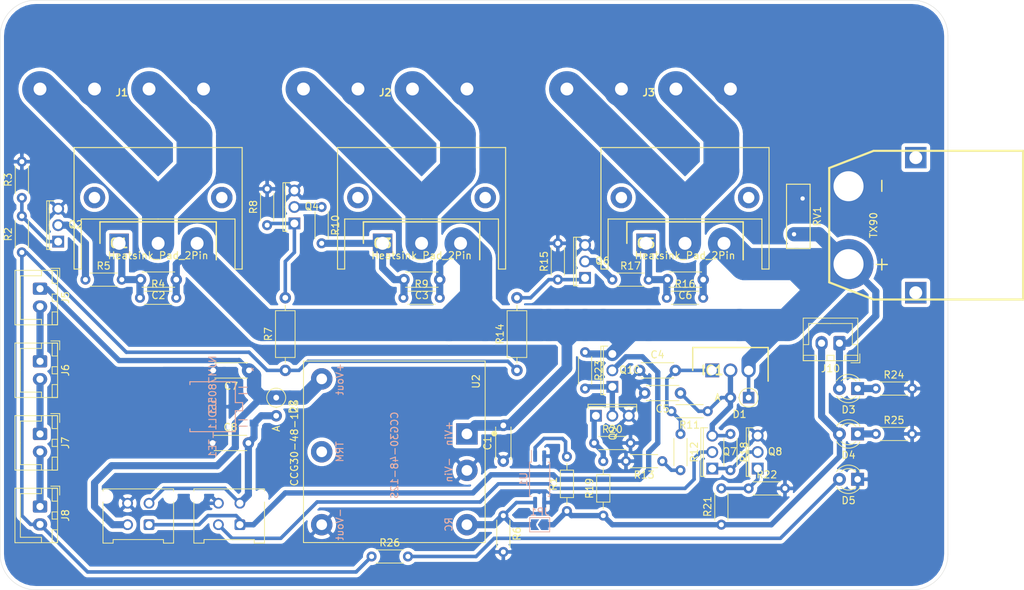
<source format=kicad_pcb>
(kicad_pcb (version 20171130) (host pcbnew "(5.1.10)-1")
  (layers (0 F.Cu signal) (31 B.Cu signal) (34 B.Paste user) (35 F.Paste user) (36 B.SilkS user) (37 F.SilkS user) (38 B.Mask user) (39 F.Mask user) (44 Edge.Cuts user))
  (net 0 "")
  (net 1 +24V)
  (net 2 GND)
  (net 3 "Net-(C2-Pad2)")
  (net 4 "Net-(C3-Pad2)")
  (net 5 "Net-(C4-Pad2)")
  (net 6 "Net-(C5-Pad1)")
  (net 7 "Net-(C6-Pad2)")
  (net 8 +12V)
  (net 9 +5V)
  (net 10 "Net-(D3-Pad1)")
  (net 11 /Allcut_signal)
  (net 12 "Net-(D4-Pad1)")
  (net 13 /ES_signal)
  (net 14 "Net-(J1-Pad1)")
  (net 15 "Net-(J2-Pad1)")
  (net 16 "Net-(J3-Pad1)")
  (net 17 /microfit_24V)
  (net 18 "Net-(J5-Pad2)")
  (net 19 "Net-(J6-Pad2)")
  (net 20 "Net-(J7-Pad2)")
  (net 21 "/12V(2)")
  (net 22 "Net-(JP1-Pad2)")
  (net 23 "Net-(Q2-Pad2)")
  (net 24 "Net-(Q2-Pad1)")
  (net 25 "Net-(Q4-Pad2)")
  (net 26 "Net-(Q4-Pad1)")
  (net 27 "Net-(Q6-Pad2)")
  (net 28 "Net-(Q6-Pad1)")
  (net 29 "Net-(Q7-Pad1)")
  (net 30 "Net-(Q8-Pad1)")
  (net 31 "Net-(Q10-Pad1)")
  (net 32 "Net-(Q9-Pad1)")
  (net 33 "Net-(R1-Pad2)")
  (net 34 "Net-(R12-Pad2)")
  (net 35 "Net-(U2-Pad4)")
  (net 36 "Net-(D5-Pad2)")
  (module Resistor_THT:R_Axial_DIN0204_L3.6mm_D1.6mm_P7.62mm_Horizontal (layer F.Cu) (at 194.31 134.62 90)
    (fp_text reference R19 (at 3.81 -1.92 90) (layer F.SilkS))
    (fp_text value 1k)
    (pad 2 thru_hole oval (at 7.62 0 90) (size 1.4 1.4) (drill 0.7) (layers *.Cu *.Mask) (net 32 "Net-(Q9-Pad1)"))
    (pad 1 thru_hole circle (at 0 0 90) (size 1.4 1.4) (drill 0.7) (layers *.Cu *.Mask) (net 11 /Allcut_signal))
  )
  (module Resistor_THT:R_Axial_DIN0204_L3.6mm_D1.6mm_P7.62mm_Horizontal (layer F.Cu) (at 189.23 133.985 90)
    (fp_text reference R1 (at 3.81 -1.92 90) (layer F.SilkS))
    (fp_text value 560to1k)
    (pad 2 thru_hole oval (at 7.62 0 90) (size 1.4 1.4) (drill 0.7) (layers *.Cu *.Mask) (net 33 "Net-(R1-Pad2)"))
    (pad 1 thru_hole circle (at 0 0 90) (size 1.4 1.4) (drill 0.7) (layers *.Cu *.Mask) (net 11 /Allcut_signal))
  )
  (module Resistor_THT:R_Axial_DIN0207_L6.3mm_D2.5mm_P10.16mm_Horizontal (layer F.Cu) (at 182.245 114.3 90)
    (fp_text reference R14 (at 5.08 -2.37 90) (layer F.SilkS))
    (fp_text value 1k)
    (pad 2 thru_hole oval (at 10.16 0 90) (size 1.6 1.6) (drill 0.8) (layers *.Cu *.Mask) (net 28 "Net-(Q6-Pad1)"))
    (pad 1 thru_hole circle (at 0 0 90) (size 1.6 1.6) (drill 0.8) (layers *.Cu *.Mask) (net 13 /ES_signal))
  )
  (module Resistor_THT:R_Axial_DIN0207_L6.3mm_D2.5mm_P10.16mm_Horizontal (layer F.Cu) (at 149.86 114.3 90)
    (fp_text reference R7 (at 5.08 -2.37 90) (layer F.SilkS))
    (fp_text value 1k)
    (pad 2 thru_hole oval (at 10.16 0 90) (size 1.6 1.6) (drill 0.8) (layers *.Cu *.Mask) (net 26 "Net-(Q4-Pad1)"))
    (pad 1 thru_hole circle (at 0 0 90) (size 1.6 1.6) (drill 0.8) (layers *.Cu *.Mask) (net 13 /ES_signal))
  )
  (module 00_kicad_mods:stf_04_NJM7805SDL1-TE1 (layer B.Cu) (at 139.7 119.38 270)
    (fp_text reference U3 (at 0 0 90) (layer B.SilkS) (effects (justify mirror)))
    (fp_text value NJM7805SDL1-TE1 (at 0 0 90) (layer B.SilkS) (effects (justify mirror)))
    (fp_text user * (at -5.195001 -5.7912 90) (layer B.SilkS) (effects (justify mirror)))
    (pad 2 smd rect (at 0 1.4097 270) (size 5.5118 6.2738) (layers B.Cu B.Paste B.Mask) (net 2 GND))
    (pad 3 smd rect (at 2.280001 -5.7912 270) (size 0.9398 1.2192) (layers B.Cu B.Paste B.Mask) (net 9 +5V))
    (pad 1 smd rect (at -2.280001 -5.7912 270) (size 0.9398 1.2192) (layers B.Cu B.Paste B.Mask) (net 8 +12V))
  )
  (module 00_kicad_mods:stf_09_CCG30-48-12S (layer F.Cu) (at 165.1 125.69 270)
    (fp_text reference U2 (at -9.844575 -11.43 90) (layer F.SilkS) (effects (font (size 1.001992 1.001992))))
    (fp_text value CCG30-48-12S)
    (fp_text user CCG30-48-12S (at 0.48 -0.03 90) (layer B.SilkS) (effects (font (size 1.002677 1.002677)) (justify mirror)))
    (fp_text user CCG30-48-12S (at -1.27 13.97 90) (layer F.SilkS))
    (fp_text user -Vout (at 10.16 7.62 90) (layer B.SilkS) (effects (justify mirror)))
    (fp_text user TRM (at 0 7.62 90) (layer B.SilkS) (effects (justify mirror)))
    (fp_text user +Vout (at -10.16 7.62 90) (layer B.SilkS) (effects (justify mirror)))
    (fp_text user RC (at 10.16 -7.62 90) (layer B.SilkS) (effects (justify mirror)))
    (fp_text user -Vin (at 2.54 -7.62 90) (layer B.SilkS) (effects (justify mirror)))
    (fp_text user +Vin (at -2.54 -7.62 90) (layer B.SilkS) (effects (justify mirror)))
    (pad 6 thru_hole circle (at 10.2 -10.15 270) (size 3 3) (drill 1.5) (layers *.Cu *.Mask) (net 22 "Net-(JP1-Pad2)"))
    (pad 5 thru_hole circle (at 10.2 10.15 270) (size 3 3) (drill 1.5) (layers *.Cu *.Mask) (net 2 GND))
    (pad 4 thru_hole circle (at 0 10.15 270) (size 3 3) (drill 1.5) (layers *.Cu *.Mask) (net 35 "Net-(U2-Pad4)"))
    (pad 3 thru_hole circle (at -10.2 10.15 270) (size 3 3) (drill 1.5) (layers *.Cu *.Mask) (net 8 +12V))
    (pad 2 thru_hole circle (at 2.6 -10.15 270) (size 3 3) (drill 1.5) (layers *.Cu *.Mask) (net 2 GND))
    (pad 1 thru_hole rect (at -2.5 -10.15 270) (size 3 3) (drill 1.5) (layers *.Cu *.Mask) (net 1 +24V))
  )
  (module 00_kicad_mods:stf_05_TLP291_4.55x2.6mm_P1.27mm (layer B.Cu) (at 185.42 129.54 270)
    (fp_text reference U1 (at 0 2.25 270) (layer B.SilkS) (effects (justify mirror)))
    (fp_text value TLP291)
    (pad 4 smd roundrect (at 3.25 0.635 270) (size 1.6 0.55) (layers B.Cu B.Paste B.Mask) (net 22 "Net-(JP1-Pad2)"))
    (pad 3 smd roundrect (at 3.25 -0.635 270) (size 1.6 0.55) (layers B.Cu B.Paste B.Mask) (net 2 GND))
    (pad 2 smd roundrect (at -3.25 -0.635 270) (size 1.6 0.55) (layers B.Cu B.Paste B.Mask) (net 2 GND))
    (pad 1 smd roundrect (at -3.25 0.635 270) (size 1.6 0.55) (layers B.Cu B.Paste B.Mask) (net 33 "Net-(R1-Pad2)"))
  )
  (module Varistor:RV_Disc_D9mm_W3.3mm_P5mm (layer F.Cu) (at 220.98 95.25 90)
    (fp_text reference RV1 (at 2.5 3.25 90) (layer F.SilkS))
    (fp_text value Varistor)
    (pad 2 thru_hole circle (at 5 1.2 90) (size 1.6 1.6) (drill 0.6) (layers *.Cu *.Mask) (net 2 GND))
    (pad 1 thru_hole circle (at 0 0 90) (size 1.6 1.6) (drill 0.6) (layers *.Cu *.Mask) (net 1 +24V))
  )
  (module Resistor_THT:R_Axial_DIN0204_L3.6mm_D1.6mm_P5.08mm_Horizontal (layer F.Cu) (at 161.925 140.335)
    (fp_text reference R26 (at 2.54 -1.92) (layer F.SilkS))
    (fp_text value 1k)
    (pad 2 thru_hole oval (at 5.08 0) (size 1.4 1.4) (drill 0.7) (layers *.Cu *.Mask) (net 36 "Net-(D5-Pad2)"))
    (pad 1 thru_hole circle (at 0 0) (size 1.4 1.4) (drill 0.7) (layers *.Cu *.Mask) (net 13 /ES_signal))
  )
  (module Resistor_THT:R_Axial_DIN0204_L3.6mm_D1.6mm_P5.08mm_Horizontal (layer F.Cu) (at 232.41 123.19)
    (fp_text reference R25 (at 2.54 -1.92) (layer F.SilkS))
    (fp_text value 1.5k)
    (pad 2 thru_hole oval (at 5.08 0) (size 1.4 1.4) (drill 0.7) (layers *.Cu *.Mask) (net 2 GND))
    (pad 1 thru_hole circle (at 0 0) (size 1.4 1.4) (drill 0.7) (layers *.Cu *.Mask) (net 12 "Net-(D4-Pad1)"))
  )
  (module Resistor_THT:R_Axial_DIN0204_L3.6mm_D1.6mm_P5.08mm_Horizontal (layer F.Cu) (at 232.41 116.84)
    (fp_text reference R24 (at 2.54 -1.92) (layer F.SilkS))
    (fp_text value 1.5k)
    (pad 2 thru_hole oval (at 5.08 0) (size 1.4 1.4) (drill 0.7) (layers *.Cu *.Mask) (net 2 GND))
    (pad 1 thru_hole circle (at 0 0) (size 1.4 1.4) (drill 0.7) (layers *.Cu *.Mask) (net 10 "Net-(D3-Pad1)"))
  )
  (module Resistor_THT:R_Axial_DIN0204_L3.6mm_D1.6mm_P5.08mm_Horizontal (layer F.Cu) (at 191.77 111.76 270)
    (fp_text reference R23 (at 2.54 -1.92 90) (layer F.SilkS))
    (fp_text value 1k)
    (pad 2 thru_hole oval (at 5.08 0 270) (size 1.4 1.4) (drill 0.7) (layers *.Cu *.Mask) (net 31 "Net-(Q10-Pad1)"))
    (pad 1 thru_hole circle (at 0 0 270) (size 1.4 1.4) (drill 0.7) (layers *.Cu *.Mask) (net 1 +24V))
  )
  (module Resistor_THT:R_Axial_DIN0204_L3.6mm_D1.6mm_P5.08mm_Horizontal (layer F.Cu) (at 214.63 130.81)
    (fp_text reference R22 (at 2.54 -1.92) (layer F.SilkS))
    (fp_text value 1k)
    (pad 2 thru_hole oval (at 5.08 0) (size 1.4 1.4) (drill 0.7) (layers *.Cu *.Mask) (net 2 GND))
    (pad 1 thru_hole circle (at 0 0) (size 1.4 1.4) (drill 0.7) (layers *.Cu *.Mask) (net 30 "Net-(Q8-Pad1)"))
  )
  (module Resistor_THT:R_Axial_DIN0204_L3.6mm_D1.6mm_P5.08mm_Horizontal (layer F.Cu) (at 210.82 135.89 90)
    (fp_text reference R21 (at 2.54 -1.92 90) (layer F.SilkS))
    (fp_text value 1k)
    (pad 2 thru_hole oval (at 5.08 0 90) (size 1.4 1.4) (drill 0.7) (layers *.Cu *.Mask) (net 30 "Net-(Q8-Pad1)"))
    (pad 1 thru_hole circle (at 0 0 90) (size 1.4 1.4) (drill 0.7) (layers *.Cu *.Mask) (net 11 /Allcut_signal))
  )
  (module Resistor_THT:R_Axial_DIN0204_L3.6mm_D1.6mm_P5.08mm_Horizontal (layer F.Cu) (at 193.04 124.46)
    (fp_text reference R20 (at 2.54 -1.92) (layer F.SilkS))
    (fp_text value 1k)
    (pad 2 thru_hole oval (at 5.08 0) (size 1.4 1.4) (drill 0.7) (layers *.Cu *.Mask) (net 2 GND))
    (pad 1 thru_hole circle (at 0 0) (size 1.4 1.4) (drill 0.7) (layers *.Cu *.Mask) (net 32 "Net-(Q9-Pad1)"))
  )
  (module Resistor_THT:R_Axial_DIN0204_L3.6mm_D1.6mm_P5.08mm_Horizontal (layer F.Cu) (at 212.09 123.19 270)
    (fp_text reference R18 (at 2.54 -1.92 90) (layer F.SilkS))
    (fp_text value 1k)
    (pad 2 thru_hole oval (at 5.08 0 270) (size 1.4 1.4) (drill 0.7) (layers *.Cu *.Mask) (net 29 "Net-(Q7-Pad1)"))
    (pad 1 thru_hole circle (at 0 0 270) (size 1.4 1.4) (drill 0.7) (layers *.Cu *.Mask) (net 6 "Net-(C5-Pad1)"))
  )
  (module Resistor_THT:R_Axial_DIN0204_L3.6mm_D1.6mm_P5.08mm_Horizontal (layer F.Cu) (at 195.58 101.6)
    (fp_text reference R17 (at 2.54 -1.92) (layer F.SilkS))
    (fp_text value 1k)
    (pad 2 thru_hole oval (at 5.08 0) (size 1.4 1.4) (drill 0.7) (layers *.Cu *.Mask) (net 7 "Net-(C6-Pad2)"))
    (pad 1 thru_hole circle (at 0 0) (size 1.4 1.4) (drill 0.7) (layers *.Cu *.Mask) (net 27 "Net-(Q6-Pad2)"))
  )
  (module Resistor_THT:R_Axial_DIN0204_L3.6mm_D1.6mm_P5.08mm_Horizontal (layer F.Cu) (at 203.2 104.14)
    (fp_text reference R16 (at 2.54 -1.92) (layer F.SilkS))
    (fp_text value 1k)
    (pad 2 thru_hole oval (at 5.08 0) (size 1.4 1.4) (drill 0.7) (layers *.Cu *.Mask) (net 1 +24V))
    (pad 1 thru_hole circle (at 0 0) (size 1.4 1.4) (drill 0.7) (layers *.Cu *.Mask) (net 7 "Net-(C6-Pad2)"))
  )
  (module Resistor_THT:R_Axial_DIN0204_L3.6mm_D1.6mm_P5.08mm_Horizontal (layer F.Cu) (at 187.96 101.6 90)
    (fp_text reference R15 (at 2.54 -1.92 90) (layer F.SilkS))
    (fp_text value 10k)
    (pad 2 thru_hole oval (at 5.08 0 90) (size 1.4 1.4) (drill 0.7) (layers *.Cu *.Mask) (net 2 GND))
    (pad 1 thru_hole circle (at 0 0 90) (size 1.4 1.4) (drill 0.7) (layers *.Cu *.Mask) (net 28 "Net-(Q6-Pad1)"))
  )
  (module Resistor_THT:R_Axial_DIN0204_L3.6mm_D1.6mm_P5.08mm_Horizontal (layer F.Cu) (at 202.565 127 180)
    (fp_text reference R13 (at 2.54 -1.92) (layer F.SilkS))
    (fp_text value 470)
    (pad 2 thru_hole oval (at 5.08 0 180) (size 1.4 1.4) (drill 0.7) (layers *.Cu *.Mask) (net 2 GND))
    (pad 1 thru_hole circle (at 0 0 180) (size 1.4 1.4) (drill 0.7) (layers *.Cu *.Mask) (net 34 "Net-(R12-Pad2)"))
  )
  (module Resistor_THT:R_Axial_DIN0204_L3.6mm_D1.6mm_P5.08mm_Horizontal (layer F.Cu) (at 205.105 123.19 270)
    (fp_text reference R12 (at 2.54 -1.92 90) (layer F.SilkS))
    (fp_text value 560)
    (pad 2 thru_hole oval (at 5.08 0 270) (size 1.4 1.4) (drill 0.7) (layers *.Cu *.Mask) (net 34 "Net-(R12-Pad2)"))
    (pad 1 thru_hole circle (at 0 0 270) (size 1.4 1.4) (drill 0.7) (layers *.Cu *.Mask) (net 5 "Net-(C4-Pad2)"))
  )
  (module Resistor_THT:R_Axial_DIN0204_L3.6mm_D1.6mm_P5.08mm_Horizontal (layer F.Cu) (at 208.915 120.015 180)
    (fp_text reference R11 (at 2.54 -1.92) (layer F.SilkS))
    (fp_text value 120)
    (pad 2 thru_hole oval (at 5.08 0 180) (size 1.4 1.4) (drill 0.7) (layers *.Cu *.Mask) (net 5 "Net-(C4-Pad2)"))
    (pad 1 thru_hole circle (at 0 0 180) (size 1.4 1.4) (drill 0.7) (layers *.Cu *.Mask) (net 6 "Net-(C5-Pad1)"))
  )
  (module Resistor_THT:R_Axial_DIN0204_L3.6mm_D1.6mm_P5.08mm_Horizontal (layer F.Cu) (at 154.94 91.44 270)
    (fp_text reference R10 (at 2.54 -1.92 90) (layer F.SilkS))
    (fp_text value 1k)
    (pad 2 thru_hole oval (at 5.08 0 270) (size 1.4 1.4) (drill 0.7) (layers *.Cu *.Mask) (net 4 "Net-(C3-Pad2)"))
    (pad 1 thru_hole circle (at 0 0 270) (size 1.4 1.4) (drill 0.7) (layers *.Cu *.Mask) (net 25 "Net-(Q4-Pad2)"))
  )
  (module Resistor_THT:R_Axial_DIN0204_L3.6mm_D1.6mm_P5.08mm_Horizontal (layer F.Cu) (at 166.37 104.14)
    (fp_text reference R9 (at 2.54 -1.92) (layer F.SilkS))
    (fp_text value 1k)
    (pad 2 thru_hole oval (at 5.08 0) (size 1.4 1.4) (drill 0.7) (layers *.Cu *.Mask) (net 1 +24V))
    (pad 1 thru_hole circle (at 0 0) (size 1.4 1.4) (drill 0.7) (layers *.Cu *.Mask) (net 4 "Net-(C3-Pad2)"))
  )
  (module Resistor_THT:R_Axial_DIN0204_L3.6mm_D1.6mm_P5.08mm_Horizontal (layer F.Cu) (at 147.32 93.98 90)
    (fp_text reference R8 (at 2.54 -1.92 90) (layer F.SilkS))
    (fp_text value 10k)
    (pad 2 thru_hole oval (at 5.08 0 90) (size 1.4 1.4) (drill 0.7) (layers *.Cu *.Mask) (net 2 GND))
    (pad 1 thru_hole circle (at 0 0 90) (size 1.4 1.4) (drill 0.7) (layers *.Cu *.Mask) (net 26 "Net-(Q4-Pad1)"))
  )
  (module Resistor_THT:R_Axial_DIN0204_L3.6mm_D1.6mm_P5.08mm_Horizontal (layer F.Cu) (at 180.34 134.62 270)
    (fp_text reference R6 (at 2.54 -1.92 90) (layer F.SilkS))
    (fp_text value 10k)
    (pad 2 thru_hole oval (at 5.08 0 270) (size 1.4 1.4) (drill 0.7) (layers *.Cu *.Mask) (net 2 GND))
    (pad 1 thru_hole circle (at 0 0 270) (size 1.4 1.4) (drill 0.7) (layers *.Cu *.Mask) (net 22 "Net-(JP1-Pad2)"))
  )
  (module Resistor_THT:R_Axial_DIN0204_L3.6mm_D1.6mm_P5.08mm_Horizontal (layer F.Cu) (at 121.92 101.6)
    (fp_text reference R5 (at 2.54 -1.92) (layer F.SilkS))
    (fp_text value 1k)
    (pad 2 thru_hole oval (at 5.08 0) (size 1.4 1.4) (drill 0.7) (layers *.Cu *.Mask) (net 3 "Net-(C2-Pad2)"))
    (pad 1 thru_hole circle (at 0 0) (size 1.4 1.4) (drill 0.7) (layers *.Cu *.Mask) (net 23 "Net-(Q2-Pad2)"))
  )
  (module Resistor_THT:R_Axial_DIN0204_L3.6mm_D1.6mm_P5.08mm_Horizontal (layer F.Cu) (at 129.54 104.14)
    (fp_text reference R4 (at 2.54 -1.92) (layer F.SilkS))
    (fp_text value 1k)
    (pad 2 thru_hole oval (at 5.08 0) (size 1.4 1.4) (drill 0.7) (layers *.Cu *.Mask) (net 1 +24V))
    (pad 1 thru_hole circle (at 0 0) (size 1.4 1.4) (drill 0.7) (layers *.Cu *.Mask) (net 3 "Net-(C2-Pad2)"))
  )
  (module Resistor_THT:R_Axial_DIN0204_L3.6mm_D1.6mm_P5.08mm_Horizontal (layer F.Cu) (at 113.03 90.17 90)
    (fp_text reference R3 (at 2.54 -1.92 90) (layer F.SilkS))
    (fp_text value 10k)
    (pad 2 thru_hole oval (at 5.08 0 90) (size 1.4 1.4) (drill 0.7) (layers *.Cu *.Mask) (net 2 GND))
    (pad 1 thru_hole circle (at 0 0 90) (size 1.4 1.4) (drill 0.7) (layers *.Cu *.Mask) (net 24 "Net-(Q2-Pad1)"))
  )
  (module Resistor_THT:R_Axial_DIN0204_L3.6mm_D1.6mm_P5.08mm_Horizontal (layer F.Cu) (at 113.03 97.79 90)
    (fp_text reference R2 (at 2.54 -1.92 90) (layer F.SilkS))
    (fp_text value 1k)
    (pad 2 thru_hole oval (at 5.08 0 90) (size 1.4 1.4) (drill 0.7) (layers *.Cu *.Mask) (net 24 "Net-(Q2-Pad1)"))
    (pad 1 thru_hole circle (at 0 0 90) (size 1.4 1.4) (drill 0.7) (layers *.Cu *.Mask) (net 13 /ES_signal))
  )
  (module 00_kicad_mods:stf_11_TO230P230X650X740-3P (layer F.Cu) (at 195.58 114.3 180)
    (fp_text reference Q10 (at -2.437355 0.075065 180) (layer F.SilkS) (effects (font (size 1.000969 1.000969))))
    (fp_text value Q_PMOS_GDS)
    (pad 3 thru_hole circle (at 0 2.3 180) (size 1.65 1.65) (drill 1.1) (layers *.Cu *.Mask) (net 1 +24V))
    (pad 2 thru_hole circle (at 0 0 180) (size 1.65 1.65) (drill 1.1) (layers *.Cu *.Mask) (net 17 /microfit_24V))
    (pad 1 thru_hole rect (at 0 -2.3 180) (size 1.65 1.65) (drill 1.1) (layers *.Cu *.Mask) (net 31 "Net-(Q10-Pad1)"))
  )
  (module 00_kicad_mods:stf_11_TO230P230X650X740-3P (layer F.Cu) (at 195.58 120.65 90)
    (fp_text reference Q9 (at -2.437355 0.075065 270) (layer F.SilkS) (effects (font (size 1.000969 1.000969))))
    (fp_text value 2SK4017_Q_)
    (pad 3 thru_hole circle (at 0 2.3 90) (size 1.65 1.65) (drill 1.1) (layers *.Cu *.Mask) (net 2 GND))
    (pad 2 thru_hole circle (at 0 0 90) (size 1.65 1.65) (drill 1.1) (layers *.Cu *.Mask) (net 31 "Net-(Q10-Pad1)"))
    (pad 1 thru_hole rect (at 0 -2.3 90) (size 1.65 1.65) (drill 1.1) (layers *.Cu *.Mask) (net 32 "Net-(Q9-Pad1)"))
  )
  (module 00_kicad_mods:stf_11_TO230P230X650X740-3P (layer F.Cu) (at 215.9 125.73 180)
    (fp_text reference Q8 (at -2.437355 0.075065 180) (layer F.SilkS) (effects (font (size 1.000969 1.000969))))
    (fp_text value 2SK4017_Q_)
    (pad 3 thru_hole circle (at 0 2.3 180) (size 1.65 1.65) (drill 1.1) (layers *.Cu *.Mask) (net 2 GND))
    (pad 2 thru_hole circle (at 0 0 180) (size 1.65 1.65) (drill 1.1) (layers *.Cu *.Mask) (net 29 "Net-(Q7-Pad1)"))
    (pad 1 thru_hole rect (at 0 -2.3 180) (size 1.65 1.65) (drill 1.1) (layers *.Cu *.Mask) (net 30 "Net-(Q8-Pad1)"))
  )
  (module 00_kicad_mods:stf_11_TO230P230X650X740-3P (layer F.Cu) (at 209.55 125.73 180)
    (fp_text reference Q7 (at -2.437355 0.075065 180) (layer F.SilkS) (effects (font (size 1.000969 1.000969))))
    (fp_text value Q_PMOS_GDS)
    (pad 3 thru_hole circle (at 0 2.3 180) (size 1.65 1.65) (drill 1.1) (layers *.Cu *.Mask) (net 6 "Net-(C5-Pad1)"))
    (pad 2 thru_hole circle (at 0 0 180) (size 1.65 1.65) (drill 1.1) (layers *.Cu *.Mask) (net 21 "/12V(2)"))
    (pad 1 thru_hole rect (at 0 -2.3 180) (size 1.65 1.65) (drill 1.1) (layers *.Cu *.Mask) (net 29 "Net-(Q7-Pad1)"))
  )
  (module 00_kicad_mods:stf_11_TO230P230X650X740-3P (layer F.Cu) (at 191.77 99.06 180)
    (fp_text reference Q6 (at -2.437355 0.075065 180) (layer F.SilkS) (effects (font (size 1.000969 1.000969))))
    (fp_text value 2SK4017_Q_)
    (pad 3 thru_hole circle (at 0 2.3 180) (size 1.65 1.65) (drill 1.1) (layers *.Cu *.Mask) (net 2 GND))
    (pad 2 thru_hole circle (at 0 0 180) (size 1.65 1.65) (drill 1.1) (layers *.Cu *.Mask) (net 27 "Net-(Q6-Pad2)"))
    (pad 1 thru_hole rect (at 0 -2.3 180) (size 1.65 1.65) (drill 1.1) (layers *.Cu *.Mask) (net 28 "Net-(Q6-Pad1)"))
  )
  (module 00_kicad_mods:stf_02_IXTH140P05T (layer F.Cu) (at 200.29 96.52)
    (fp_text reference Q5 (at 0 0) (layer F.SilkS) (effects (font (size 1.27 1.27) (thickness 0.254))))
    (fp_text value IXTH140P05T hide)
    (pad 3 thru_hole circle (at 10.9 0) (size 2.715 2.715) (drill 1.81) (layers *.Cu *.Mask) (net 1 +24V))
    (pad 2 thru_hole circle (at 5.45 0) (size 2.715 2.715) (drill 1.81) (layers *.Cu *.Mask) (net 16 "Net-(J3-Pad1)"))
    (pad 1 thru_hole rect (at 0 0) (size 2.715 2.715) (drill 1.81) (layers *.Cu *.Mask) (net 7 "Net-(C6-Pad2)"))
  )
  (module 00_kicad_mods:stf_11_TO230P230X650X740-3P (layer F.Cu) (at 151.13 91.44 180)
    (fp_text reference Q4 (at -2.437355 0.075065 180) (layer F.SilkS) (effects (font (size 1.000969 1.000969))))
    (fp_text value 2SK4017_Q_)
    (pad 3 thru_hole circle (at 0 2.3 180) (size 1.65 1.65) (drill 1.1) (layers *.Cu *.Mask) (net 2 GND))
    (pad 2 thru_hole circle (at 0 0 180) (size 1.65 1.65) (drill 1.1) (layers *.Cu *.Mask) (net 25 "Net-(Q4-Pad2)"))
    (pad 1 thru_hole rect (at 0 -2.3 180) (size 1.65 1.65) (drill 1.1) (layers *.Cu *.Mask) (net 26 "Net-(Q4-Pad1)"))
  )
  (module 00_kicad_mods:stf_02_IXTH140P05T (layer F.Cu) (at 163.46 96.52)
    (fp_text reference Q3 (at 0 0) (layer F.SilkS) (effects (font (size 1.27 1.27) (thickness 0.254))))
    (fp_text value IXTH140P05T hide)
    (pad 3 thru_hole circle (at 10.9 0) (size 2.715 2.715) (drill 1.81) (layers *.Cu *.Mask) (net 1 +24V))
    (pad 2 thru_hole circle (at 5.45 0) (size 2.715 2.715) (drill 1.81) (layers *.Cu *.Mask) (net 15 "Net-(J2-Pad1)"))
    (pad 1 thru_hole rect (at 0 0) (size 2.715 2.715) (drill 1.81) (layers *.Cu *.Mask) (net 4 "Net-(C3-Pad2)"))
  )
  (module 00_kicad_mods:stf_11_TO230P230X650X740-3P (layer F.Cu) (at 118.11 93.98 180)
    (fp_text reference Q2 (at -2.437355 0.075065 180) (layer F.SilkS) (effects (font (size 1.000969 1.000969))))
    (fp_text value 2SK4017_Q_)
    (pad 3 thru_hole circle (at 0 2.3 180) (size 1.65 1.65) (drill 1.1) (layers *.Cu *.Mask) (net 2 GND))
    (pad 2 thru_hole circle (at 0 0 180) (size 1.65 1.65) (drill 1.1) (layers *.Cu *.Mask) (net 23 "Net-(Q2-Pad2)"))
    (pad 1 thru_hole rect (at 0 -2.3 180) (size 1.65 1.65) (drill 1.1) (layers *.Cu *.Mask) (net 24 "Net-(Q2-Pad1)"))
  )
  (module 00_kicad_mods:stf_02_IXTH140P05T (layer F.Cu) (at 126.63 96.52)
    (fp_text reference Q1 (at 0 0) (layer F.SilkS) (effects (font (size 1.27 1.27) (thickness 0.254))))
    (fp_text value IXTH140P05T hide)
    (pad 3 thru_hole circle (at 10.9 0) (size 2.715 2.715) (drill 1.81) (layers *.Cu *.Mask) (net 1 +24V))
    (pad 2 thru_hole circle (at 5.45 0) (size 2.715 2.715) (drill 1.81) (layers *.Cu *.Mask) (net 14 "Net-(J1-Pad1)"))
    (pad 1 thru_hole rect (at 0 0) (size 2.715 2.715) (drill 1.81) (layers *.Cu *.Mask) (net 3 "Net-(C2-Pad2)"))
  )
  (module Jumper:SolderJumper-2_P1.3mm_Open_TrianglePad1.0x1.5mm (layer B.Cu) (at 185.42 135.89 180)
    (fp_text reference JP1 (at 0 1.8) (layer B.SilkS) (effects (justify mirror)))
    (fp_text value Jumper)
    (pad 1 smd custom (at -0.725 0 180) (size 0.3 0.3) (layers B.Cu B.Mask) (net 11 /Allcut_signal) (options (clearance outline) (anchor rect)) (primitives (gr_poly (pts (xy -0.5 0.75) (xy 0.5 0.75) (xy 1 0) (xy 0.5 -0.75) (xy -0.5 -0.75)) (width 0))))
    (pad 2 smd custom (at 0.725 0 180) (size 0.3 0.3) (layers B.Cu B.Mask) (net 22 "Net-(JP1-Pad2)") (options (clearance outline) (anchor rect)) (primitives (gr_poly (pts (xy -0.65 0.75) (xy 0.5 0.75) (xy 0.5 -0.75) (xy -0.65 -0.75) (xy -0.15 0)) (width 0))))
  )
  (module 00_kicad_mods:stf_06_XT90PW (layer F.Cu) (at 228.6 93.98 90)
    (fp_text reference J11)
    (fp_text value TX90 (at 0 3.5 90) (layer F.SilkS))
    (fp_text user + (at -5.5 4.5 90) (layer F.SilkS) (effects (font (size 2 2) (thickness 0.2))))
    (fp_text user - (at 5.5 4.5 90) (layer F.SilkS) (effects (font (size 2 2) (thickness 0.2))))
    (pad 4 thru_hole rect (at -9.45 9.4 90) (size 3 3) (drill 1.8) (layers *.Cu *.Mask))
    (pad 3 thru_hole rect (at 9.45 9.4 90) (size 3 3) (drill 1.8) (layers *.Cu *.Mask))
    (pad 1 thru_hole circle (at -5.45 0 90) (size 7 7) (drill 4.2) (layers *.Cu *.Mask) (net 1 +24V))
    (pad 2 thru_hole circle (at 5.45 0 90) (size 7 7) (drill 4.2) (layers *.Cu *.Mask) (net 2 GND))
  )
  (module Connector_JST:JST_XH_B2B-XH-A_1x02_P2.50mm_Vertical (layer F.Cu) (at 227.33 110.49 180)
    (fp_text reference J10 (at 1.25 -3.55) (layer F.SilkS))
    (fp_text value AllcutSwitch)
    (pad 2 thru_hole oval (at 2.5 0 180) (size 1.7 2) (drill 1) (layers *.Cu *.Mask) (net 11 /Allcut_signal))
    (pad 1 thru_hole roundrect (at 0 0 180) (size 1.7 2) (drill 1) (layers *.Cu *.Mask) (roundrect_rratio 0.147059) (net 1 +24V))
  )
  (module 00_kicad_mods:stf_07_molex_microfit4P_vertical_3Dmodel (layer F.Cu) (at 143.51 135.89 180)
    (fp_text reference J9)
    (fp_text value Conn_02x02)
    (pad 4 thru_hole circle (at 3 3 180) (size 1.5 1.5) (drill 1) (layers *.Cu *.Mask) (net 2 GND))
    (pad 3 thru_hole circle (at 0 3 180) (size 1.5 1.5) (drill 1) (layers *.Cu *.Mask) (net 9 +5V))
    (pad 2 thru_hole circle (at 3 0 180) (size 1.5 1.5) (drill 1) (layers *.Cu *.Mask) (net 21 "/12V(2)"))
    (pad 1 thru_hole roundrect (at 0 0 180) (size 1.5 1.5) (drill 1) (layers *.Cu *.Mask) (roundrect_rratio 0.166667) (net 17 /microfit_24V))
    (pad "" np_thru_hole circle (at 6 3.94 180) (size 1 1) (drill 1) (layers *.Cu *.Mask))
    (pad "" np_thru_hole circle (at -3 3.94 180) (size 1 1) (drill 1) (layers *.Cu *.Mask))
  )
  (module Connector_JST:JST_XH_B2B-XH-A_1x02_P2.50mm_Vertical (layer F.Cu) (at 115.57 133.35 270)
    (fp_text reference J8 (at 1.25 -3.55 90) (layer F.SilkS))
    (fp_text value EmergencySW)
    (pad 2 thru_hole oval (at 2.5 0 270) (size 1.7 2) (drill 1) (layers *.Cu *.Mask) (net 13 /ES_signal))
    (pad 1 thru_hole roundrect (at 0 0 270) (size 1.7 2) (drill 1) (layers *.Cu *.Mask) (roundrect_rratio 0.147059) (net 20 "Net-(J7-Pad2)"))
  )
  (module Connector_JST:JST_XH_B2B-XH-A_1x02_P2.50mm_Vertical (layer F.Cu) (at 115.57 123.19 270)
    (fp_text reference J7 (at 1.25 -3.55 90) (layer F.SilkS))
    (fp_text value EmergencySW)
    (pad 2 thru_hole oval (at 2.5 0 270) (size 1.7 2) (drill 1) (layers *.Cu *.Mask) (net 20 "Net-(J7-Pad2)"))
    (pad 1 thru_hole roundrect (at 0 0 270) (size 1.7 2) (drill 1) (layers *.Cu *.Mask) (roundrect_rratio 0.147059) (net 19 "Net-(J6-Pad2)"))
  )
  (module Connector_JST:JST_XH_B2B-XH-A_1x02_P2.50mm_Vertical (layer F.Cu) (at 115.57 113.03 270)
    (fp_text reference J6 (at 1.25 -3.55 90) (layer F.SilkS))
    (fp_text value EmergencySW)
    (pad 2 thru_hole oval (at 2.5 0 270) (size 1.7 2) (drill 1) (layers *.Cu *.Mask) (net 19 "Net-(J6-Pad2)"))
    (pad 1 thru_hole roundrect (at 0 0 270) (size 1.7 2) (drill 1) (layers *.Cu *.Mask) (roundrect_rratio 0.147059) (net 18 "Net-(J5-Pad2)"))
  )
  (module Connector_JST:JST_XH_B2B-XH-A_1x02_P2.50mm_Vertical (layer F.Cu) (at 115.57 102.87 270)
    (fp_text reference J5 (at 1.25 -3.55 90) (layer F.SilkS))
    (fp_text value EmergencySW)
    (pad 2 thru_hole oval (at 2.5 0 270) (size 1.7 2) (drill 1) (layers *.Cu *.Mask) (net 18 "Net-(J5-Pad2)"))
    (pad 1 thru_hole roundrect (at 0 0 270) (size 1.7 2) (drill 1) (layers *.Cu *.Mask) (roundrect_rratio 0.147059) (net 8 +12V))
  )
  (module 00_kicad_mods:stf_07_molex_microfit4P_vertical_3Dmodel (layer F.Cu) (at 130.81 135.89 180)
    (fp_text reference J4)
    (fp_text value Conn_02x02)
    (pad 4 thru_hole circle (at 3 3 180) (size 1.5 1.5) (drill 1) (layers *.Cu *.Mask) (net 2 GND))
    (pad 3 thru_hole circle (at 0 3 180) (size 1.5 1.5) (drill 1) (layers *.Cu *.Mask) (net 9 +5V))
    (pad 2 thru_hole circle (at 3 0 180) (size 1.5 1.5) (drill 1) (layers *.Cu *.Mask) (net 8 +12V))
    (pad 1 thru_hole roundrect (at 0 0 180) (size 1.5 1.5) (drill 1) (layers *.Cu *.Mask) (roundrect_rratio 0.166667) (net 17 /microfit_24V))
    (pad "" np_thru_hole circle (at 6 3.94 180) (size 1 1) (drill 1) (layers *.Cu *.Mask))
    (pad "" np_thru_hole circle (at -3 3.94 180) (size 1 1) (drill 1) (layers *.Cu *.Mask))
  )
  (module 00_kicad_mods:stf_08_tanshidai_4P_cover (layer F.Cu) (at 200.66 74.93)
    (fp_text reference J3 (at 0 0.5) (layer F.SilkS) (effects (font (thickness 0.2))))
    (fp_text value Conn_01x04)
    (pad 3 thru_hole circle (at 3.81 0) (size 3 3) (drill 1.8) (layers *.Cu *.Mask) (net 16 "Net-(J3-Pad1)"))
    (pad 2 thru_hole circle (at -3.81 0) (size 3 3) (drill 1.8) (layers *.Cu *.Mask) (net 2 GND))
    (pad 1 thru_hole circle (at -11.43 0) (size 3 3) (drill 1.8) (layers *.Cu *.Mask) (net 16 "Net-(J3-Pad1)"))
    (pad 4 thru_hole circle (at 11.43 0) (size 3 3) (drill 1.8) (layers *.Cu *.Mask) (net 2 GND))
  )
  (module 00_kicad_mods:stf_08_tanshidai_4P_cover (layer F.Cu) (at 163.83 74.93)
    (fp_text reference J2 (at 0 0.5) (layer F.SilkS) (effects (font (thickness 0.2))))
    (fp_text value Conn_01x04)
    (pad 3 thru_hole circle (at 3.81 0) (size 3 3) (drill 1.8) (layers *.Cu *.Mask) (net 15 "Net-(J2-Pad1)"))
    (pad 2 thru_hole circle (at -3.81 0) (size 3 3) (drill 1.8) (layers *.Cu *.Mask) (net 2 GND))
    (pad 1 thru_hole circle (at -11.43 0) (size 3 3) (drill 1.8) (layers *.Cu *.Mask) (net 15 "Net-(J2-Pad1)"))
    (pad 4 thru_hole circle (at 11.43 0) (size 3 3) (drill 1.8) (layers *.Cu *.Mask) (net 2 GND))
  )
  (module 00_kicad_mods:stf_08_tanshidai_4P_cover (layer F.Cu) (at 127 74.93)
    (fp_text reference J1 (at 0 0.5) (layer F.SilkS) (effects (font (thickness 0.2))))
    (fp_text value Conn_01x04)
    (pad 3 thru_hole circle (at 3.81 0) (size 3 3) (drill 1.8) (layers *.Cu *.Mask) (net 14 "Net-(J1-Pad1)"))
    (pad 2 thru_hole circle (at -3.81 0) (size 3 3) (drill 1.8) (layers *.Cu *.Mask) (net 2 GND))
    (pad 1 thru_hole circle (at -11.43 0) (size 3 3) (drill 1.8) (layers *.Cu *.Mask) (net 14 "Net-(J1-Pad1)"))
    (pad 4 thru_hole circle (at 11.43 0) (size 3 3) (drill 1.8) (layers *.Cu *.Mask) (net 2 GND))
  )
  (module 00_kicad_mods:stf_03_LM350T (layer F.Cu) (at 209.55 114.3)
    (fp_text reference IC1 (at 0 0) (layer F.SilkS) (effects (font (size 1.27 1.27) (thickness 0.254))))
    (fp_text value LM350T_NOPB hide)
    (pad 3 thru_hole circle (at 5.08 0) (size 1.935 1.935) (drill 1.29) (layers *.Cu *.Mask) (net 1 +24V))
    (pad 2 thru_hole circle (at 2.54 0) (size 1.935 1.935) (drill 1.29) (layers *.Cu *.Mask) (net 6 "Net-(C5-Pad1)"))
    (pad 1 thru_hole rect (at 0 0) (size 1.935 1.935) (drill 1.29) (layers *.Cu *.Mask) (net 5 "Net-(C4-Pad2)"))
  )
  (module 00_kicad_mods:stf_01_HeatSink_25x17 (layer F.Cu) (at 205.74 93.98)
    (fp_text reference HS3)
    (fp_text value Heatsink_Pad_2Pin (at 0 4.25) (layer F.SilkS))
    (pad "" thru_hole circle (at 8.9 -3.86) (size 3 3) (drill 1.6) (layers *.Cu *.Mask))
    (pad "" thru_hole circle (at -8.9 -3.86) (size 3 3) (drill 1.6) (layers *.Cu *.Mask))
  )
  (module 00_kicad_mods:stf_01_HeatSink_25x17 (layer F.Cu) (at 168.91 93.98)
    (fp_text reference HS2)
    (fp_text value Heatsink_Pad_2Pin (at 0 4.25) (layer F.SilkS))
    (pad "" thru_hole circle (at 8.9 -3.86) (size 3 3) (drill 1.6) (layers *.Cu *.Mask))
    (pad "" thru_hole circle (at -8.9 -3.86) (size 3 3) (drill 1.6) (layers *.Cu *.Mask))
  )
  (module 00_kicad_mods:stf_01_HeatSink_25x17 (layer F.Cu) (at 132.08 93.98)
    (fp_text reference HS1)
    (fp_text value Heatsink_Pad_2Pin (at 0 4.25) (layer F.SilkS))
    (pad "" thru_hole circle (at 8.9 -3.86) (size 3 3) (drill 1.6) (layers *.Cu *.Mask))
    (pad "" thru_hole circle (at -8.9 -3.86) (size 3 3) (drill 1.6) (layers *.Cu *.Mask))
  )
  (module LED_THT:LED_D3.0mm (layer F.Cu) (at 229.87 129.54 180)
    (fp_text reference D5 (at 1.27 -2.96) (layer F.SilkS))
    (fp_text value LED)
    (pad 2 thru_hole circle (at 2.54 0 180) (size 1.8 1.8) (drill 0.9) (layers *.Cu *.Mask) (net 36 "Net-(D5-Pad2)"))
    (pad 1 thru_hole rect (at 0 0 180) (size 1.8 1.8) (drill 0.9) (layers *.Cu *.Mask) (net 2 GND))
  )
  (module LED_THT:LED_D3.0mm (layer F.Cu) (at 229.87 123.19 180)
    (fp_text reference D4 (at 1.27 -2.96) (layer F.SilkS))
    (fp_text value LED)
    (pad 2 thru_hole circle (at 2.54 0 180) (size 1.8 1.8) (drill 0.9) (layers *.Cu *.Mask) (net 11 /Allcut_signal))
    (pad 1 thru_hole rect (at 0 0 180) (size 1.8 1.8) (drill 0.9) (layers *.Cu *.Mask) (net 12 "Net-(D4-Pad1)"))
  )
  (module LED_THT:LED_D3.0mm (layer F.Cu) (at 229.87 116.84 180)
    (fp_text reference D3 (at 1.27 -2.96) (layer F.SilkS))
    (fp_text value LED)
    (pad 2 thru_hole circle (at 2.54 0 180) (size 1.8 1.8) (drill 0.9) (layers *.Cu *.Mask) (net 1 +24V))
    (pad 1 thru_hole rect (at 0 0 180) (size 1.8 1.8) (drill 0.9) (layers *.Cu *.Mask) (net 10 "Net-(D3-Pad1)"))
  )
  (module Diode_THT:D_DO-35_SOD27_P2.54mm_Vertical_AnodeUp (layer F.Cu) (at 148.59 118.11 270)
    (fp_text reference D2 (at 1.27 -2.326371 90) (layer F.SilkS))
    (fp_text value D)
    (fp_text user A (at 4.34 0 90) (layer F.SilkS))
    (pad 2 thru_hole oval (at 2.54 0 270) (size 1.6 1.6) (drill 0.8) (layers *.Cu *.Mask) (net 9 +5V))
    (pad 1 thru_hole rect (at 0 0 270) (size 1.6 1.6) (drill 0.8) (layers *.Cu *.Mask) (net 8 +12V))
  )
  (module Diode_THT:D_DO-35_SOD27_P2.54mm_Vertical_AnodeUp (layer F.Cu) (at 214.63 118.11 180)
    (fp_text reference D1 (at 1.27 -2.326371) (layer F.SilkS))
    (fp_text value D)
    (fp_text user A (at 4.34 0) (layer F.SilkS))
    (pad 2 thru_hole oval (at 2.54 0 180) (size 1.6 1.6) (drill 0.8) (layers *.Cu *.Mask) (net 6 "Net-(C5-Pad1)"))
    (pad 1 thru_hole rect (at 0 0 180) (size 1.6 1.6) (drill 0.8) (layers *.Cu *.Mask) (net 1 +24V))
  )
  (module Capacitor_THT:C_Disc_D4.3mm_W1.9mm_P5.00mm (layer F.Cu) (at 139.7 124.46)
    (fp_text reference C8 (at 2.5 -2.2) (layer F.SilkS))
    (fp_text value 1u)
    (pad 2 thru_hole circle (at 5 0) (size 1.6 1.6) (drill 0.8) (layers *.Cu *.Mask) (net 9 +5V))
    (pad 1 thru_hole circle (at 0 0) (size 1.6 1.6) (drill 0.8) (layers *.Cu *.Mask) (net 2 GND))
  )
  (module Capacitor_THT:C_Disc_D4.3mm_W1.9mm_P5.00mm (layer F.Cu) (at 144.78 114.3 180)
    (fp_text reference C7 (at 2.5 -2.2) (layer F.SilkS))
    (fp_text value 1u)
    (pad 2 thru_hole circle (at 5 0 180) (size 1.6 1.6) (drill 0.8) (layers *.Cu *.Mask) (net 2 GND))
    (pad 1 thru_hole circle (at 0 0 180) (size 1.6 1.6) (drill 0.8) (layers *.Cu *.Mask) (net 8 +12V))
  )
  (module Capacitor_THT:C_Disc_D4.3mm_W1.9mm_P5.00mm (layer F.Cu) (at 208.28 101.6 180)
    (fp_text reference C6 (at 2.5 -2.2) (layer F.SilkS))
    (fp_text value 10u)
    (pad 2 thru_hole circle (at 5 0 180) (size 1.6 1.6) (drill 0.8) (layers *.Cu *.Mask) (net 7 "Net-(C6-Pad2)"))
    (pad 1 thru_hole circle (at 0 0 180) (size 1.6 1.6) (drill 0.8) (layers *.Cu *.Mask) (net 1 +24V))
  )
  (module Capacitor_THT:C_Disc_D4.3mm_W1.9mm_P5.00mm (layer F.Cu) (at 205.105 117.475 180)
    (fp_text reference C5 (at 2.5 -2.2) (layer F.SilkS))
    (fp_text value 10u)
    (pad 2 thru_hole circle (at 5 0 180) (size 1.6 1.6) (drill 0.8) (layers *.Cu *.Mask) (net 2 GND))
    (pad 1 thru_hole circle (at 0 0 180) (size 1.6 1.6) (drill 0.8) (layers *.Cu *.Mask) (net 6 "Net-(C5-Pad1)"))
  )
  (module Capacitor_THT:C_Disc_D4.3mm_W1.9mm_P5.00mm (layer F.Cu) (at 199.39 114.3)
    (fp_text reference C4 (at 2.5 -2.2) (layer F.SilkS))
    (fp_text value 1u)
    (pad 2 thru_hole circle (at 5 0) (size 1.6 1.6) (drill 0.8) (layers *.Cu *.Mask) (net 5 "Net-(C4-Pad2)"))
    (pad 1 thru_hole circle (at 0 0) (size 1.6 1.6) (drill 0.8) (layers *.Cu *.Mask) (net 2 GND))
  )
  (module Capacitor_THT:C_Disc_D4.3mm_W1.9mm_P5.00mm (layer F.Cu) (at 171.45 101.6 180)
    (fp_text reference C3 (at 2.5 -2.2) (layer F.SilkS))
    (fp_text value 10u)
    (pad 2 thru_hole circle (at 5 0 180) (size 1.6 1.6) (drill 0.8) (layers *.Cu *.Mask) (net 4 "Net-(C3-Pad2)"))
    (pad 1 thru_hole circle (at 0 0 180) (size 1.6 1.6) (drill 0.8) (layers *.Cu *.Mask) (net 1 +24V))
  )
  (module Capacitor_THT:C_Disc_D4.3mm_W1.9mm_P5.00mm (layer F.Cu) (at 134.62 101.6 180)
    (fp_text reference C2 (at 2.5 -2.2) (layer F.SilkS))
    (fp_text value 10u)
    (pad 2 thru_hole circle (at 5 0 180) (size 1.6 1.6) (drill 0.8) (layers *.Cu *.Mask) (net 3 "Net-(C2-Pad2)"))
    (pad 1 thru_hole circle (at 0 0 180) (size 1.6 1.6) (drill 0.8) (layers *.Cu *.Mask) (net 1 +24V))
  )
  (module Capacitor_THT:C_Disc_D4.3mm_W1.9mm_P5.00mm (layer F.Cu) (at 180.34 127 90)
    (fp_text reference C1 (at 2.5 -2.2 90) (layer F.SilkS))
    (fp_text value 10u)
    (pad 2 thru_hole circle (at 5 0 90) (size 1.6 1.6) (drill 0.8) (layers *.Cu *.Mask) (net 1 +24V))
    (pad 1 thru_hole circle (at 0 0 90) (size 1.6 1.6) (drill 0.8) (layers *.Cu *.Mask) (net 2 GND))
  )
  (gr_arc (start 237.5 140) (end 237.5 145) (angle -90) (layer Edge.Cuts) (width 0.05))
  (gr_arc (start 115 140) (end 110 140) (angle -90) (layer Edge.Cuts) (width 0.05))
  (gr_arc (start 115 67.5) (end 115 62.5) (angle -90) (layer Edge.Cuts) (width 0.05))
  (gr_arc (start 237.5 67.5) (end 242.5 67.5) (angle -90) (layer Edge.Cuts) (width 0.05))
  (gr_line (start 237.5 62.5) (end 115 62.5) (layer Edge.Cuts) (width 0.05))
  (gr_line (start 242.5 140) (end 242.5 67.5) (layer Edge.Cuts) (width 0.05))
  (gr_line (start 115 145) (end 237.5 145) (layer Edge.Cuts) (width 0.05))
  (gr_line (start 110 67.5) (end 110 140) (layer Edge.Cuts) (width 0.05))
  (segment (start 214.63 118.11) (end 214.63 114.3) (width 0.5) (layer B.Cu) (net 1))
  (segment (start 192.01 112) (end 191.77 111.76) (width 1) (layer B.Cu) (net 1))
  (segment (start 195.58 112) (end 192.01 112) (width 1) (layer B.Cu) (net 1))
  (segment (start 227.33 116.84) (end 227.33 110.49) (width 1) (layer B.Cu) (net 1))
  (segment (start 211.19 96.52) (end 208.28 99.43) (width 1) (layer B.Cu) (net 1))
  (segment (start 208.28 99.43) (end 208.28 101.6) (width 1) (layer B.Cu) (net 1))
  (segment (start 208.28 101.6) (end 208.28 104.14) (width 1) (layer B.Cu) (net 1))
  (segment (start 171.45 104.14) (end 171.45 101.6) (width 1) (layer B.Cu) (net 1))
  (segment (start 171.45 99.43) (end 174.36 96.52) (width 1) (layer B.Cu) (net 1))
  (segment (start 171.45 101.6) (end 171.45 99.43) (width 1) (layer B.Cu) (net 1))
  (segment (start 134.62 104.14) (end 134.62 101.6) (width 1) (layer B.Cu) (net 1))
  (segment (start 134.62 99.43) (end 137.53 96.52) (width 1) (layer B.Cu) (net 1))
  (segment (start 134.62 101.6) (end 134.62 99.43) (width 1) (layer B.Cu) (net 1))
  (segment (start 214.1 99.43) (end 211.19 96.52) (width 4.5) (layer B.Cu) (net 1))
  (segment (start 224.42 95.25) (end 228.6 99.43) (width 2) (layer B.Cu) (net 1))
  (segment (start 220.98 95.25) (end 224.42 95.25) (width 2) (layer B.Cu) (net 1))
  (segment (start 224.34 102.42) (end 221.35 99.43) (width 4.5) (layer B.Cu) (net 1))
  (segment (start 224.34 103.69) (end 224.34 102.42) (width 4.5) (layer B.Cu) (net 1))
  (segment (start 221.35 99.43) (end 214.1 99.43) (width 4.5) (layer B.Cu) (net 1))
  (segment (start 228.6 99.43) (end 221.35 99.43) (width 4.5) (layer B.Cu) (net 1))
  (segment (start 228.6 99.43) (end 224.34 103.69) (width 4.5) (layer B.Cu) (net 1))
  (segment (start 224.34 103.69) (end 220.08 107.95) (width 4.5) (layer B.Cu) (net 1))
  (segment (start 219.611749 107.95) (end 220.08 107.95) (width 2) (layer B.Cu) (net 1))
  (segment (start 214.63 114.3) (end 214.63 112.931749) (width 2) (layer B.Cu) (net 1))
  (segment (start 216.485874 111.075874) (end 213.36 107.95) (width 2) (layer B.Cu) (net 1))
  (segment (start 220.08 107.95) (end 213.36 107.95) (width 4.5) (layer B.Cu) (net 1))
  (segment (start 214.63 112.931749) (end 216.485874 111.075874) (width 2) (layer B.Cu) (net 1))
  (segment (start 216.485874 111.075874) (end 219.611749 107.95) (width 2) (layer B.Cu) (net 1))
  (segment (start 199.63 107.95) (end 200.66 107.95) (width 2) (layer B.Cu) (net 1))
  (segment (start 213.36 107.95) (end 200.66 107.95) (width 4.5) (layer B.Cu) (net 1))
  (segment (start 196.97 110.61) (end 194.31 107.95) (width 2) (layer B.Cu) (net 1))
  (segment (start 200.66 107.95) (end 194.31 107.95) (width 4.5) (layer B.Cu) (net 1))
  (segment (start 195.58 112) (end 196.97 110.61) (width 2) (layer B.Cu) (net 1))
  (segment (start 196.97 110.61) (end 199.63 107.95) (width 2) (layer B.Cu) (net 1))
  (segment (start 227.33 100.7) (end 228.6 99.43) (width 1) (layer B.Cu) (net 1))
  (segment (start 228.6 110.49) (end 227.33 110.49) (width 1) (layer B.Cu) (net 1))
  (segment (start 232.41 103.24) (end 232.41 106.68) (width 1) (layer B.Cu) (net 1))
  (segment (start 232.41 106.68) (end 228.6 110.49) (width 1) (layer B.Cu) (net 1))
  (segment (start 228.6 99.43) (end 232.41 103.24) (width 1) (layer B.Cu) (net 1))
  (segment (start 191.77 107.95) (end 189.23 107.95) (width 4.5) (layer B.Cu) (net 1))
  (segment (start 194.31 107.95) (end 191.77 107.95) (width 4.5) (layer B.Cu) (net 1))
  (segment (start 186.69 107.95) (end 185.42 107.95) (width 4.5) (layer B.Cu) (net 1))
  (segment (start 189.23 107.95) (end 186.69 107.95) (width 4.5) (layer B.Cu) (net 1))
  (segment (start 189.23 110.49) (end 191.77 107.95) (width 1.5) (layer B.Cu) (net 1))
  (segment (start 189.23 110.49) (end 186.69 107.95) (width 1.5) (layer B.Cu) (net 1))
  (segment (start 183.515 107.95) (end 185.42 107.95) (width 4.5) (layer B.Cu) (net 1))
  (segment (start 185.42 107.95) (end 179.07 107.95) (width 4.5) (layer B.Cu) (net 1))
  (segment (start 137.53 98.795) (end 137.53 96.52) (width 4.5) (layer B.Cu) (net 1))
  (segment (start 146.05 107.315) (end 137.53 98.795) (width 4.5) (layer B.Cu) (net 1))
  (segment (start 177.8 107.95) (end 179.07 107.95) (width 4.5) (layer B.Cu) (net 1))
  (segment (start 145.415 106.68) (end 146.685 107.95) (width 4.5) (layer B.Cu) (net 1))
  (segment (start 174.36 96.52) (end 176.53 98.69) (width 4.5) (layer B.Cu) (net 1))
  (segment (start 172.72 107.95) (end 177.8 107.95) (width 4.5) (layer B.Cu) (net 1))
  (segment (start 176.53 98.69) (end 176.53 104.14) (width 4.5) (layer B.Cu) (net 1))
  (segment (start 146.685 107.95) (end 172.72 107.95) (width 4.5) (layer B.Cu) (net 1))
  (segment (start 176.53 105.41) (end 179.07 107.95) (width 4.5) (layer B.Cu) (net 1))
  (segment (start 176.53 104.14) (end 176.53 105.41) (width 4.5) (layer B.Cu) (net 1))
  (segment (start 176.53 104.14) (end 172.72 107.95) (width 4.5) (layer B.Cu) (net 1))
  (segment (start 176.44 122) (end 175.25 123.19) (width 1.5) (layer B.Cu) (net 1))
  (segment (start 180.34 122) (end 176.44 122) (width 1.5) (layer B.Cu) (net 1))
  (segment (start 180.42 121.92) (end 180.34 122) (width 1.5) (layer B.Cu) (net 1))
  (segment (start 181.2925 121.92) (end 180.42 121.92) (width 1.5) (layer B.Cu) (net 1))
  (segment (start 189.23 113.9825) (end 181.2925 121.92) (width 1.5) (layer B.Cu) (net 1))
  (segment (start 189.23 110.49) (end 189.23 113.9825) (width 1.5) (layer B.Cu) (net 1))
  (segment (start 175.26 72.39) (end 175.26 74.93) (width 5) (layer B.Cu) (net 2))
  (segment (start 171.45 68.58) (end 175.26 72.39) (width 5) (layer B.Cu) (net 2))
  (segment (start 163.83 68.58) (end 171.45 68.58) (width 5) (layer B.Cu) (net 2))
  (segment (start 160.02 72.39) (end 163.83 68.58) (width 5) (layer B.Cu) (net 2))
  (segment (start 160.02 74.93) (end 160.02 72.39) (width 5) (layer B.Cu) (net 2))
  (segment (start 138.43 72.39) (end 138.43 74.93) (width 5) (layer B.Cu) (net 2))
  (segment (start 134.62 68.58) (end 138.43 72.39) (width 5) (layer B.Cu) (net 2))
  (segment (start 127 68.58) (end 134.62 68.58) (width 5) (layer B.Cu) (net 2))
  (segment (start 123.19 72.39) (end 127 68.58) (width 5) (layer B.Cu) (net 2))
  (segment (start 123.19 74.93) (end 123.19 72.39) (width 5) (layer B.Cu) (net 2))
  (segment (start 228.415 88.53) (end 228.6 88.53) (width 5) (layer B.Cu) (net 2))
  (segment (start 212.09 74.93) (end 214.815 74.93) (width 5) (layer B.Cu) (net 2))
  (segment (start 212.09 72.39) (end 212.09 74.93) (width 5) (layer B.Cu) (net 2))
  (segment (start 200.66 68.58) (end 208.28 68.58) (width 5) (layer B.Cu) (net 2))
  (segment (start 208.28 68.58) (end 212.09 72.39) (width 5) (layer B.Cu) (net 2))
  (segment (start 196.85 72.39) (end 200.66 68.58) (width 5) (layer B.Cu) (net 2))
  (segment (start 196.85 74.93) (end 196.85 72.39) (width 5) (layer B.Cu) (net 2))
  (segment (start 196.85 71.12) (end 196.85 74.93) (width 5) (layer B.Cu) (net 2))
  (segment (start 194.31 68.58) (end 196.85 71.12) (width 5) (layer B.Cu) (net 2))
  (segment (start 175.26 72.39) (end 179.07 68.58) (width 5) (layer B.Cu) (net 2))
  (segment (start 156.21 68.58) (end 160.02 72.39) (width 5) (layer B.Cu) (net 2))
  (segment (start 138.43 72.39) (end 142.24 68.58) (width 5) (layer B.Cu) (net 2))
  (segment (start 217.0775 77.3775) (end 212.09 72.39) (width 5) (layer B.Cu) (net 2))
  (segment (start 214.815 74.93) (end 217.2625 77.3775) (width 5) (layer B.Cu) (net 2))
  (segment (start 217.2625 77.3775) (end 217.0775 77.3775) (width 5) (layer B.Cu) (net 2))
  (segment (start 217.2625 77.3775) (end 228.415 88.53) (width 5) (layer B.Cu) (net 2))
  (segment (start 200.66 68.58) (end 194.31 68.58) (width 5) (layer B.Cu) (net 2))
  (segment (start 181.61 68.58) (end 152.4 68.58) (width 5) (layer B.Cu) (net 2))
  (segment (start 152.4 68.58) (end 156.21 68.58) (width 5) (layer B.Cu) (net 2))
  (segment (start 179.07 68.58) (end 181.61 68.58) (width 5) (layer B.Cu) (net 2))
  (segment (start 181.61 68.58) (end 194.31 68.58) (width 5) (layer B.Cu) (net 2))
  (segment (start 147.32 68.58) (end 134.62 68.58) (width 5) (layer B.Cu) (net 2))
  (segment (start 142.24 68.58) (end 147.32 68.58) (width 5) (layer B.Cu) (net 2))
  (segment (start 147.32 68.58) (end 152.4 68.58) (width 5) (layer B.Cu) (net 2))
  (segment (start 228.6 88.53) (end 228.6 82.55) (width 5) (layer B.Cu) (net 2))
  (segment (start 214.63 68.58) (end 208.28 68.58) (width 5) (layer B.Cu) (net 2))
  (segment (start 228.6 82.55) (end 214.63 68.58) (width 5) (layer B.Cu) (net 2))
  (segment (start 226.88 90.25) (end 228.6 88.53) (width 2) (layer B.Cu) (net 2))
  (segment (start 222.18 90.25) (end 226.88 90.25) (width 2) (layer B.Cu) (net 2))
  (segment (start 129.010001 134.090001) (end 127.81 132.89) (width 0.5) (layer B.Cu) (net 2))
  (segment (start 137.054999 134.090001) (end 129.010001 134.090001) (width 0.5) (layer B.Cu) (net 2))
  (segment (start 138.255 132.89) (end 137.054999 134.090001) (width 0.5) (layer B.Cu) (net 2))
  (segment (start 140.51 132.89) (end 138.255 132.89) (width 0.5) (layer B.Cu) (net 2))
  (segment (start 129.54 101.68) (end 129.62 101.6) (width 1) (layer B.Cu) (net 3))
  (segment (start 129.54 104.14) (end 129.54 101.68) (width 1) (layer B.Cu) (net 3))
  (segment (start 127 101.6) (end 129.62 101.6) (width 1) (layer B.Cu) (net 3))
  (segment (start 127 96.89) (end 126.63 96.52) (width 1) (layer B.Cu) (net 3))
  (segment (start 127 101.6) (end 127 96.89) (width 1) (layer B.Cu) (net 3))
  (segment (start 166.45 104.06) (end 166.37 104.14) (width 1) (layer B.Cu) (net 4))
  (segment (start 166.45 101.6) (end 166.45 104.06) (width 1) (layer B.Cu) (net 4))
  (segment (start 154.94 96.52) (end 163.46 96.52) (width 1) (layer B.Cu) (net 4))
  (segment (start 165.1 101.6) (end 166.45 101.6) (width 1) (layer B.Cu) (net 4))
  (segment (start 163.46 99.96) (end 165.1 101.6) (width 1) (layer B.Cu) (net 4))
  (segment (start 163.46 96.52) (end 163.46 99.96) (width 1) (layer B.Cu) (net 4))
  (segment (start 209.55 114.3) (end 204.39 114.3) (width 0.5) (layer B.Cu) (net 5))
  (segment (start 203.2 115.49) (end 204.39 114.3) (width 0.5) (layer B.Cu) (net 5))
  (segment (start 203.2 119.38) (end 203.2 115.49) (width 0.5) (layer B.Cu) (net 5))
  (segment (start 203.835 120.015) (end 203.2 119.38) (width 0.5) (layer B.Cu) (net 5))
  (segment (start 205.105 121.285) (end 203.835 120.015) (width 0.5) (layer B.Cu) (net 5))
  (segment (start 205.105 123.19) (end 205.105 121.285) (width 0.5) (layer B.Cu) (net 5))
  (segment (start 211.85 123.43) (end 212.09 123.19) (width 0.5) (layer B.Cu) (net 6))
  (segment (start 209.55 123.43) (end 211.85 123.43) (width 0.5) (layer B.Cu) (net 6))
  (segment (start 205.105 117.475) (end 207.645 120.015) (width 0.5) (layer B.Cu) (net 6))
  (segment (start 207.645 120.015) (end 208.915 120.015) (width 0.5) (layer B.Cu) (net 6))
  (segment (start 210.82 118.11) (end 208.915 120.015) (width 0.5) (layer B.Cu) (net 6))
  (segment (start 212.09 118.11) (end 210.82 118.11) (width 0.5) (layer B.Cu) (net 6))
  (segment (start 212.09 114.3) (end 212.09 118.11) (width 0.75) (layer B.Cu) (net 6))
  (segment (start 212.09 119.38) (end 209.55 121.92) (width 0.75) (layer B.Cu) (net 6))
  (segment (start 212.09 118.11) (end 212.09 119.38) (width 0.75) (layer B.Cu) (net 6))
  (segment (start 209.55 121.92) (end 209.55 123.43) (width 0.75) (layer B.Cu) (net 6))
  (segment (start 203.2 101.68) (end 203.28 101.6) (width 1) (layer B.Cu) (net 7))
  (segment (start 203.2 104.14) (end 203.2 101.68) (width 1) (layer B.Cu) (net 7))
  (segment (start 203.28 101.6) (end 200.66 101.6) (width 1) (layer B.Cu) (net 7))
  (segment (start 200.66 96.89) (end 200.29 96.52) (width 1) (layer B.Cu) (net 7))
  (segment (start 200.66 101.6) (end 200.66 96.89) (width 1) (layer B.Cu) (net 7))
  (segment (start 148.59 118.11) (end 146.501201 118.11) (width 2) (layer B.Cu) (net 8))
  (segment (start 146.501201 118.11) (end 145.4912 117.099999) (width 2) (layer B.Cu) (net 8))
  (segment (start 145.4912 115.0112) (end 144.78 114.3) (width 2) (layer B.Cu) (net 8))
  (segment (start 145.4912 117.099999) (end 145.4912 115.0112) (width 2) (layer B.Cu) (net 8))
  (segment (start 150.495 118.11) (end 148.59 118.11) (width 2) (layer B.Cu) (net 8))
  (segment (start 152.4 118.11) (end 150.495 118.11) (width 2) (layer B.Cu) (net 8))
  (segment (start 154.95 115.56) (end 152.4 118.11) (width 2) (layer B.Cu) (net 8))
  (segment (start 154.95 115.49) (end 154.95 115.56) (width 2) (layer B.Cu) (net 8))
  (segment (start 116.57 102.87) (end 115.57 102.87) (width 0.75) (layer B.Cu) (net 8))
  (segment (start 143.404999 112.924999) (end 126.624999 112.924999) (width 0.75) (layer B.Cu) (net 8))
  (segment (start 126.624999 112.924999) (end 116.57 102.87) (width 0.75) (layer B.Cu) (net 8))
  (segment (start 144.78 114.3) (end 143.404999 112.924999) (width 0.75) (layer B.Cu) (net 8))
  (segment (start 125.73 135.89) (end 127.81 135.89) (width 1) (layer B.Cu) (net 8))
  (segment (start 123.19 133.35) (end 125.73 135.89) (width 1) (layer B.Cu) (net 8))
  (segment (start 123.19 130.031999) (end 123.19 133.35) (width 1) (layer B.Cu) (net 8))
  (segment (start 140.335 127.635) (end 125.586999 127.635) (width 1) (layer B.Cu) (net 8))
  (segment (start 142.875 125.095) (end 140.335 127.635) (width 1) (layer B.Cu) (net 8))
  (segment (start 125.586999 127.635) (end 123.19 130.031999) (width 1) (layer B.Cu) (net 8))
  (segment (start 142.875 121.736201) (end 142.875 125.095) (width 1) (layer B.Cu) (net 8))
  (segment (start 146.501201 118.11) (end 142.875 121.736201) (width 1) (layer B.Cu) (net 8))
  (segment (start 144.7 131.7) (end 143.51 132.89) (width 1) (layer B.Cu) (net 9))
  (segment (start 144.7 124.46) (end 144.7 131.7) (width 1) (layer B.Cu) (net 9))
  (segment (start 146.501201 120.65) (end 145.4912 121.660001) (width 1) (layer B.Cu) (net 9))
  (segment (start 148.59 120.65) (end 146.501201 120.65) (width 1) (layer B.Cu) (net 9))
  (segment (start 145.4912 123.6688) (end 144.7 124.46) (width 1) (layer B.Cu) (net 9))
  (segment (start 145.4912 121.660001) (end 145.4912 123.6688) (width 1) (layer B.Cu) (net 9))
  (segment (start 130.81 132.89) (end 132.89 130.81) (width 0.5) (layer B.Cu) (net 9))
  (segment (start 141.43 130.81) (end 143.51 132.89) (width 0.5) (layer B.Cu) (net 9))
  (segment (start 132.89 130.81) (end 141.43 130.81) (width 0.5) (layer B.Cu) (net 9))
  (segment (start 229.87 116.84) (end 232.41 116.84) (width 1) (layer B.Cu) (net 10))
  (segment (start 224.83 120.69) (end 227.33 123.19) (width 1) (layer B.Cu) (net 11))
  (segment (start 224.83 110.49) (end 224.83 120.69) (width 1) (layer B.Cu) (net 11))
  (segment (start 217.805 135.89) (end 210.82 135.89) (width 0.75) (layer B.Cu) (net 11))
  (segment (start 227.33 126.365) (end 217.805 135.89) (width 0.75) (layer B.Cu) (net 11))
  (segment (start 227.33 123.19) (end 227.33 126.365) (width 0.75) (layer B.Cu) (net 11))
  (segment (start 187.325 135.89) (end 186.145 135.89) (width 0.75) (layer B.Cu) (net 11))
  (segment (start 189.23 133.985) (end 187.325 135.89) (width 0.75) (layer B.Cu) (net 11))
  (segment (start 189.865 134.62) (end 189.23 133.985) (width 0.75) (layer B.Cu) (net 11))
  (segment (start 194.31 134.62) (end 189.865 134.62) (width 0.75) (layer B.Cu) (net 11))
  (segment (start 195.58 135.89) (end 194.31 134.62) (width 0.75) (layer B.Cu) (net 11))
  (segment (start 210.82 135.89) (end 195.58 135.89) (width 0.75) (layer B.Cu) (net 11))
  (segment (start 232.41 123.19) (end 229.87 123.19) (width 1) (layer B.Cu) (net 12))
  (segment (start 113.03 97.79) (end 113.03 134.62) (width 0.5) (layer B.Cu) (net 13))
  (segment (start 114.26 135.85) (end 115.57 135.85) (width 0.5) (layer B.Cu) (net 13))
  (segment (start 113.03 134.62) (end 114.26 135.85) (width 0.5) (layer B.Cu) (net 13))
  (segment (start 122.22 142.5) (end 115.57 135.85) (width 0.5) (layer B.Cu) (net 13))
  (segment (start 159.76 142.5) (end 122.22 142.5) (width 0.5) (layer B.Cu) (net 13))
  (segment (start 161.925 140.335) (end 159.76 142.5) (width 0.5) (layer B.Cu) (net 13))
  (segment (start 113.665 97.79) (end 113.03 97.79) (width 0.5) (layer B.Cu) (net 13))
  (segment (start 127.635 111.76) (end 113.665 97.79) (width 0.5) (layer B.Cu) (net 13))
  (segment (start 144.78 111.76) (end 127.635 111.76) (width 0.5) (layer B.Cu) (net 13))
  (segment (start 147.32 114.3) (end 144.78 111.76) (width 0.5) (layer B.Cu) (net 13))
  (segment (start 149.86 114.3) (end 147.32 114.3) (width 0.5) (layer B.Cu) (net 13))
  (segment (start 151.765 114.3) (end 149.86 114.3) (width 0.5) (layer B.Cu) (net 13))
  (segment (start 153.035 113.03) (end 151.765 114.3) (width 0.5) (layer B.Cu) (net 13))
  (segment (start 180.975 113.03) (end 153.035 113.03) (width 0.5) (layer B.Cu) (net 13))
  (segment (start 182.245 114.3) (end 180.975 113.03) (width 0.5) (layer B.Cu) (net 13))
  (segment (start 115.57 74.93) (end 132.08 91.44) (width 5) (layer B.Cu) (net 14))
  (segment (start 130.81 74.93) (end 137.16 81.28) (width 5) (layer B.Cu) (net 14))
  (segment (start 137.16 81.28) (end 137.16 86.36) (width 5) (layer B.Cu) (net 14))
  (segment (start 137.16 86.36) (end 132.08 91.44) (width 5) (layer B.Cu) (net 14))
  (segment (start 132.08 96.52) (end 132.08 91.44) (width 4.5) (layer B.Cu) (net 14))
  (segment (start 152.4 74.93) (end 168.91 91.44) (width 5) (layer B.Cu) (net 15))
  (segment (start 173.99 81.28) (end 173.99 86.36) (width 5) (layer B.Cu) (net 15))
  (segment (start 167.64 74.93) (end 173.99 81.28) (width 5) (layer B.Cu) (net 15))
  (segment (start 168.91 96.52) (end 168.91 91.44) (width 4.5) (layer B.Cu) (net 15))
  (segment (start 173.99 86.36) (end 168.91 91.44) (width 5) (layer B.Cu) (net 15))
  (segment (start 205.74 91.44) (end 189.23 74.93) (width 5) (layer B.Cu) (net 16))
  (segment (start 204.47 74.93) (end 210.82 81.28) (width 5) (layer B.Cu) (net 16))
  (segment (start 210.82 86.36) (end 205.74 91.44) (width 5) (layer B.Cu) (net 16))
  (segment (start 210.82 81.28) (end 210.82 86.36) (width 5) (layer B.Cu) (net 16))
  (segment (start 205.74 96.52) (end 205.74 91.44) (width 4.5) (layer B.Cu) (net 16))
  (segment (start 137.795 135.89) (end 130.81 135.89) (width 0.5) (layer B.Cu) (net 17))
  (segment (start 139.065 134.62) (end 137.795 135.89) (width 0.5) (layer B.Cu) (net 17))
  (segment (start 142.99 134.62) (end 139.065 134.62) (width 0.5) (layer B.Cu) (net 17))
  (segment (start 143.51 135.14) (end 142.99 134.62) (width 0.5) (layer B.Cu) (net 17))
  (segment (start 143.51 135.89) (end 143.51 135.14) (width 0.5) (layer B.Cu) (net 17))
  (segment (start 195.58 114.3) (end 197.485 112.395) (width 0.75) (layer B.Cu) (net 17))
  (segment (start 197.485 112.395) (end 199.772501 112.395) (width 0.75) (layer B.Cu) (net 17))
  (segment (start 199.772501 112.395) (end 201.93 114.552499) (width 0.75) (layer B.Cu) (net 17))
  (segment (start 200.66 128.27) (end 199.39 129.54) (width 0.75) (layer B.Cu) (net 17))
  (segment (start 149.86 131.445) (end 145.415 135.89) (width 0.75) (layer B.Cu) (net 17))
  (segment (start 201.93 114.552499) (end 201.93 124.46) (width 0.75) (layer B.Cu) (net 17))
  (segment (start 201.93 124.46) (end 200.66 125.73) (width 0.75) (layer B.Cu) (net 17))
  (segment (start 200.66 125.73) (end 200.66 128.27) (width 0.75) (layer B.Cu) (net 17))
  (segment (start 187.292252 128.905) (end 178.625001 128.905) (width 0.75) (layer B.Cu) (net 17))
  (segment (start 187.927252 129.54) (end 187.292252 128.905) (width 0.75) (layer B.Cu) (net 17))
  (segment (start 199.39 129.54) (end 187.927252 129.54) (width 0.75) (layer B.Cu) (net 17))
  (segment (start 178.625001 128.905) (end 176.085001 131.445) (width 0.75) (layer B.Cu) (net 17))
  (segment (start 145.415 135.89) (end 143.51 135.89) (width 0.75) (layer B.Cu) (net 17))
  (segment (start 176.085001 131.445) (end 149.86 131.445) (width 0.75) (layer B.Cu) (net 17))
  (segment (start 115.57 113.03) (end 115.57 105.37) (width 1) (layer B.Cu) (net 18))
  (segment (start 115.57 123.19) (end 115.57 115.53) (width 1) (layer B.Cu) (net 19))
  (segment (start 115.57 133.35) (end 115.57 125.69) (width 1) (layer B.Cu) (net 20))
  (segment (start 207.913 125.73) (end 209.55 125.73) (width 0.5) (layer B.Cu) (net 21))
  (segment (start 207.01 126.633) (end 207.913 125.73) (width 0.5) (layer B.Cu) (net 21))
  (segment (start 207.01 129.54) (end 207.01 126.633) (width 0.5) (layer B.Cu) (net 21))
  (segment (start 205.74 130.81) (end 207.01 129.54) (width 0.5) (layer B.Cu) (net 21))
  (segment (start 187.325 130.81) (end 205.74 130.81) (width 0.5) (layer B.Cu) (net 21))
  (segment (start 186.69 130.175) (end 187.325 130.81) (width 0.5) (layer B.Cu) (net 21))
  (segment (start 179.632189 130.175) (end 186.69 130.175) (width 0.5) (layer B.Cu) (net 21))
  (segment (start 154.305 132.715) (end 177.092189 132.715) (width 0.5) (layer B.Cu) (net 21))
  (segment (start 177.092189 132.715) (end 179.632189 130.175) (width 0.5) (layer B.Cu) (net 21))
  (segment (start 142.415 137.795) (end 149.225 137.795) (width 0.5) (layer B.Cu) (net 21))
  (segment (start 149.225 137.795) (end 154.305 132.715) (width 0.5) (layer B.Cu) (net 21))
  (segment (start 140.51 135.89) (end 142.415 137.795) (width 0.5) (layer B.Cu) (net 21))
  (segment (start 182.17 132.79) (end 180.34 134.62) (width 0.5) (layer B.Cu) (net 22))
  (segment (start 184.785 132.79) (end 182.17 132.79) (width 0.5) (layer B.Cu) (net 22))
  (segment (start 179.07 135.89) (end 180.34 134.62) (width 1) (layer B.Cu) (net 22))
  (segment (start 175.25 135.89) (end 179.07 135.89) (width 1) (layer B.Cu) (net 22))
  (segment (start 180.34 134.62) (end 181.61 135.89) (width 0.75) (layer B.Cu) (net 22))
  (segment (start 181.61 135.89) (end 184.56999 135.89) (width 0.75) (layer B.Cu) (net 22))
  (segment (start 119.38 93.98) (end 118.11 93.98) (width 1) (layer B.Cu) (net 23))
  (segment (start 121.92 96.52) (end 119.38 93.98) (width 1) (layer B.Cu) (net 23))
  (segment (start 121.92 101.6) (end 121.92 96.52) (width 1) (layer B.Cu) (net 23))
  (segment (start 113.03 90.17) (end 113.03 92.71) (width 0.5) (layer B.Cu) (net 24))
  (segment (start 116.6 96.28) (end 118.11 96.28) (width 0.5) (layer B.Cu) (net 24))
  (segment (start 113.03 92.71) (end 116.6 96.28) (width 0.5) (layer B.Cu) (net 24))
  (segment (start 151.13 91.44) (end 154.94 91.44) (width 1) (layer B.Cu) (net 25))
  (segment (start 147.56 93.74) (end 147.32 93.98) (width 0.5) (layer B.Cu) (net 26))
  (segment (start 151.13 93.74) (end 147.56 93.74) (width 0.5) (layer B.Cu) (net 26))
  (segment (start 149.86 99.06) (end 149.86 104.14) (width 0.5) (layer B.Cu) (net 26))
  (segment (start 151.13 97.79) (end 149.86 99.06) (width 0.5) (layer B.Cu) (net 26))
  (segment (start 151.13 93.74) (end 151.13 97.79) (width 0.5) (layer B.Cu) (net 26))
  (segment (start 193.04 99.06) (end 191.77 99.06) (width 1) (layer B.Cu) (net 27))
  (segment (start 195.58 101.6) (end 193.04 99.06) (width 1) (layer B.Cu) (net 27))
  (segment (start 191.53 101.6) (end 191.77 101.36) (width 0.5) (layer B.Cu) (net 28))
  (segment (start 187.96 101.6) (end 191.53 101.6) (width 0.5) (layer B.Cu) (net 28))
  (segment (start 184.15 104.14) (end 182.245 104.14) (width 0.5) (layer B.Cu) (net 28))
  (segment (start 186.69 101.6) (end 184.15 104.14) (width 0.5) (layer B.Cu) (net 28))
  (segment (start 187.96 101.6) (end 186.69 101.6) (width 0.5) (layer B.Cu) (net 28))
  (segment (start 211.85 128.03) (end 212.09 128.27) (width 0.5) (layer B.Cu) (net 29))
  (segment (start 209.55 128.03) (end 211.85 128.03) (width 0.5) (layer B.Cu) (net 29))
  (segment (start 214.63 125.73) (end 212.09 128.27) (width 0.5) (layer B.Cu) (net 29))
  (segment (start 215.9 125.73) (end 214.63 125.73) (width 0.5) (layer B.Cu) (net 29))
  (segment (start 215.9 128.03) (end 215.9 129.54) (width 0.5) (layer B.Cu) (net 30))
  (segment (start 215.9 129.54) (end 214.63 130.81) (width 0.5) (layer B.Cu) (net 30))
  (segment (start 210.82 130.81) (end 214.63 130.81) (width 0.5) (layer B.Cu) (net 30))
  (segment (start 192.01 116.6) (end 191.77 116.84) (width 0.75) (layer B.Cu) (net 31))
  (segment (start 195.58 116.6) (end 192.01 116.6) (width 0.75) (layer B.Cu) (net 31))
  (segment (start 195.58 120.65) (end 195.58 116.6) (width 0.75) (layer B.Cu) (net 31))
  (segment (start 194.31 127) (end 194.31 125.73) (width 0.75) (layer B.Cu) (net 32))
  (segment (start 194.31 125.73) (end 193.04 124.46) (width 0.75) (layer B.Cu) (net 32))
  (segment (start 193.04 120.89) (end 193.28 120.65) (width 0.75) (layer B.Cu) (net 32))
  (segment (start 193.04 124.46) (end 193.04 120.89) (width 0.75) (layer B.Cu) (net 32))
  (segment (start 188.595 123.825) (end 189.039989 124.269989) (width 0.5) (layer B.Cu) (net 33))
  (segment (start 184.785 125.095) (end 186.055 123.825) (width 0.5) (layer B.Cu) (net 33))
  (segment (start 184.785 126.29) (end 184.785 125.095) (width 0.5) (layer B.Cu) (net 33))
  (segment (start 186.055 123.825) (end 188.595 123.825) (width 0.5) (layer B.Cu) (net 33))
  (segment (start 189.039989 126.174989) (end 189.23 126.365) (width 0.5) (layer B.Cu) (net 33))
  (segment (start 189.039989 124.269989) (end 189.039989 126.174989) (width 0.5) (layer B.Cu) (net 33))
  (segment (start 203.835 128.27) (end 202.565 127) (width 0.5) (layer B.Cu) (net 34))
  (segment (start 205.105 128.27) (end 203.835 128.27) (width 0.5) (layer B.Cu) (net 34))
  (segment (start 219.075 137.795) (end 227.33 129.54) (width 0.5) (layer B.Cu) (net 36))
  (segment (start 179.07 137.795) (end 219.075 137.795) (width 0.5) (layer B.Cu) (net 36))
  (segment (start 176.53 140.335) (end 179.07 137.795) (width 0.5) (layer B.Cu) (net 36))
  (segment (start 167.005 140.335) (end 176.53 140.335) (width 0.5) (layer B.Cu) (net 36))
  (zone (net 2) (net_name GND) (layer B.Cu) (priority 1) (connect_pads (clearance 0.508)) (min_thickness 0.254) (fill yes (arc_segments 32) (thermal_gap 0.508) (thermal_bridge_width 0.508) (smoothing chamfer) (radius 0.5))
    (polygon (pts (xy 242.5 145) (xy 110 145) (xy 110 62.5) (xy 242.5 62.5)))
  )
  (zone (net 2) (net_name GND) (layer B.Cu) (priority 1) (connect_pads yes (clearance 0.508)) (min_thickness 0.254) (fill yes (arc_segments 32) (thermal_gap 0.508) (thermal_bridge_width 0.508))
    (polygon (pts (xy 234.315 93.98) (xy 218.44 93.98) (xy 218.44 79.375) (xy 234.315 79.375)))
  )
  (zone (net 2) (net_name GND) (layer B.Cu) (priority 1) (connect_pads yes (clearance 0.508)) (min_thickness 0.254) (fill yes (arc_segments 32) (thermal_gap 0.508) (thermal_bridge_width 0.508))
    (polygon (pts (xy 141.605 125.73) (xy 132.715 125.73) (xy 132.715 113.665) (xy 141.605 113.665)))
  )
)
</source>
